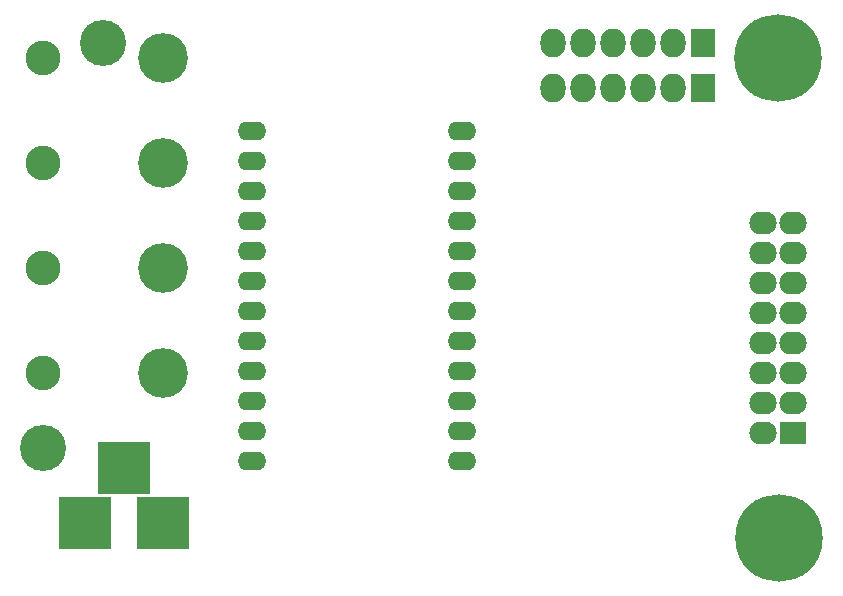
<source format=gbs>
G04 #@! TF.FileFunction,Soldermask,Bot*
%FSLAX46Y46*%
G04 Gerber Fmt 4.6, Leading zero omitted, Abs format (unit mm)*
G04 Created by KiCad (PCBNEW 4.0.1-stable) date 7/4/2016 23:44:39*
%MOMM*%
G01*
G04 APERTURE LIST*
%ADD10C,0.254000*%
%ADD11O,2.406400X1.606400*%
%ADD12R,4.406400X4.406400*%
%ADD13C,2.946400*%
%ADD14C,4.216400*%
%ADD15R,2.133600X2.438400*%
%ADD16O,2.133600X2.438400*%
%ADD17O,2.311400X1.930400*%
%ADD18R,2.311400X1.930400*%
%ADD19C,3.906400*%
%ADD20C,7.406400*%
%ADD21C,1.006400*%
G04 APERTURE END LIST*
D10*
D11*
X-44578544Y-11251338D03*
X-26798544Y-11251338D03*
X-44578544Y-8711338D03*
X-26798544Y-8711338D03*
X-44578544Y-6171338D03*
X-26798544Y-6171338D03*
X-44578544Y-3631338D03*
X-26798544Y-3631338D03*
X-44578544Y-1091338D03*
X-26798544Y-1091338D03*
X-44578544Y1448662D03*
X-26798544Y1448662D03*
X-44578544Y3988662D03*
X-26798544Y3988662D03*
X-44578544Y6528662D03*
X-26798544Y6528662D03*
X-44578544Y9068662D03*
X-26798544Y9068662D03*
X-44578544Y11608662D03*
X-26798544Y11608662D03*
X-44578544Y14148662D03*
X-26798544Y14148662D03*
X-44578544Y16688662D03*
X-26798544Y16688662D03*
D12*
X-52070000Y-16510000D03*
X-58670000Y-16510000D03*
X-55420000Y-11811000D03*
D13*
X-62230000Y22860000D03*
D14*
X-52070000Y22860000D03*
D13*
X-62230000Y13970000D03*
D14*
X-52070000Y13970000D03*
D13*
X-62230000Y5080000D03*
D14*
X-52070000Y5080000D03*
D13*
X-62230000Y-3810000D03*
D14*
X-52070000Y-3810000D03*
D15*
X-6350000Y24130000D03*
D16*
X-8890000Y24130000D03*
X-11430000Y24130000D03*
X-13970000Y24130000D03*
X-16510000Y24130000D03*
X-19050000Y24130000D03*
D15*
X-6350000Y20320000D03*
D16*
X-8890000Y20320000D03*
X-11430000Y20320000D03*
X-13970000Y20320000D03*
X-16510000Y20320000D03*
X-19050000Y20320000D03*
D17*
X-1270000Y8890000D03*
X1270000Y8890000D03*
X-1270000Y6350000D03*
X1270000Y6350000D03*
X-1270000Y3810000D03*
X1270000Y3810000D03*
X-1270000Y1270000D03*
X1270000Y1270000D03*
X-1270000Y-1270000D03*
X1270000Y-1270000D03*
X-1270000Y-3810000D03*
X1270000Y-3810000D03*
X-1270000Y-6350000D03*
X1270000Y-6350000D03*
X-1270000Y-8890000D03*
D18*
X1270000Y-8890000D03*
D19*
X-62230000Y-10160000D03*
X-57150000Y24130000D03*
D20*
X0Y22860000D03*
D21*
X2625000Y22860000D03*
X1856155Y21003845D03*
X0Y20235000D03*
X-1856155Y21003845D03*
X-2625000Y22860000D03*
X-1856155Y24716155D03*
X0Y25485000D03*
X1856155Y24716155D03*
D20*
X85000Y-17780000D03*
D21*
X2710000Y-17780000D03*
X1941155Y-19636155D03*
X85000Y-20405000D03*
X-1771155Y-19636155D03*
X-2540000Y-17780000D03*
X-1771155Y-15923845D03*
X85000Y-15155000D03*
X1941155Y-15923845D03*
M02*

</source>
